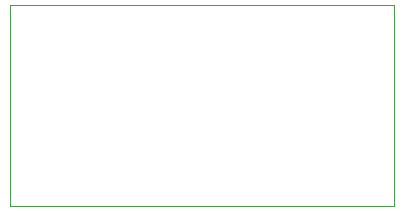
<source format=gm1>
%TF.GenerationSoftware,KiCad,Pcbnew,9.0.5*%
%TF.CreationDate,2025-11-13T19:52:16-05:00*%
%TF.ProjectId,TC_kent,54435f6b-656e-4742-9e6b-696361645f70,rev?*%
%TF.SameCoordinates,Original*%
%TF.FileFunction,Profile,NP*%
%FSLAX46Y46*%
G04 Gerber Fmt 4.6, Leading zero omitted, Abs format (unit mm)*
G04 Created by KiCad (PCBNEW 9.0.5) date 2025-11-13 19:52:16*
%MOMM*%
%LPD*%
G01*
G04 APERTURE LIST*
%TA.AperFunction,Profile*%
%ADD10C,0.050000*%
%TD*%
G04 APERTURE END LIST*
D10*
X118500000Y-76500000D02*
X151000000Y-76500000D01*
X151000000Y-93500000D01*
X118500000Y-93500000D01*
X118500000Y-76500000D01*
M02*

</source>
